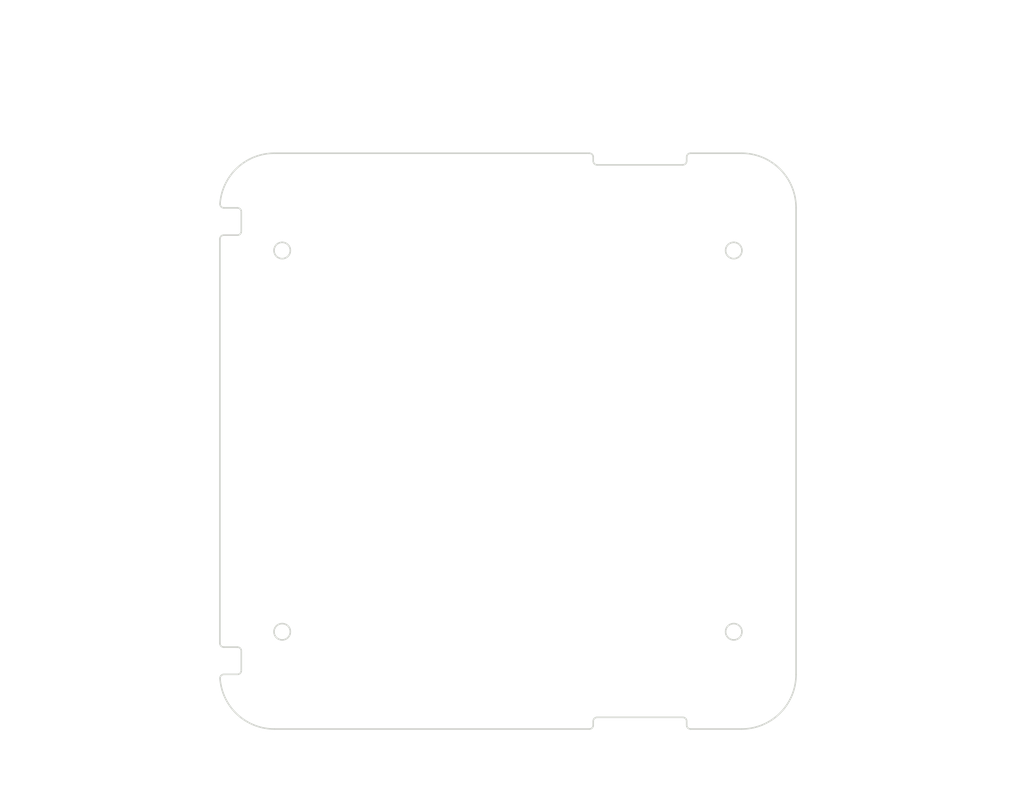
<source format=kicad_pcb>
(kicad_pcb (version 20171130) (host pcbnew "(5.1.0)-1")

  (general
    (thickness 1.6)
    (drawings 118)
    (tracks 0)
    (zones 0)
    (modules 0)
    (nets 1)
  )

  (page A4)
  (layers
    (0 F.Cu signal)
    (31 B.Cu signal)
    (32 B.Adhes user)
    (33 F.Adhes user)
    (34 B.Paste user)
    (35 F.Paste user)
    (36 B.SilkS user)
    (37 F.SilkS user)
    (38 B.Mask user)
    (39 F.Mask user)
    (40 Dwgs.User user)
    (41 Cmts.User user)
    (42 Eco1.User user)
    (43 Eco2.User user)
    (44 Edge.Cuts user)
    (45 Margin user)
    (46 B.CrtYd user)
    (47 F.CrtYd user)
    (48 B.Fab user)
    (49 F.Fab user)
  )

  (setup
    (last_trace_width 0.25)
    (trace_clearance 0.2)
    (zone_clearance 0.508)
    (zone_45_only no)
    (trace_min 0.2)
    (via_size 0.8)
    (via_drill 0.4)
    (via_min_size 0.4)
    (via_min_drill 0.3)
    (uvia_size 0.3)
    (uvia_drill 0.1)
    (uvias_allowed no)
    (uvia_min_size 0.2)
    (uvia_min_drill 0.1)
    (edge_width 0.05)
    (segment_width 0.2)
    (pcb_text_width 0.3)
    (pcb_text_size 1.5 1.5)
    (mod_edge_width 0.12)
    (mod_text_size 1 1)
    (mod_text_width 0.15)
    (pad_size 1.524 1.524)
    (pad_drill 0.762)
    (pad_to_mask_clearance 0.051)
    (solder_mask_min_width 0.25)
    (aux_axis_origin 0 0)
    (visible_elements FFFFFF7F)
    (pcbplotparams
      (layerselection 0x010fc_ffffffff)
      (usegerberextensions false)
      (usegerberattributes false)
      (usegerberadvancedattributes false)
      (creategerberjobfile false)
      (excludeedgelayer true)
      (linewidth 0.152400)
      (plotframeref false)
      (viasonmask false)
      (mode 1)
      (useauxorigin false)
      (hpglpennumber 1)
      (hpglpenspeed 20)
      (hpglpendiameter 15.000000)
      (psnegative false)
      (psa4output false)
      (plotreference true)
      (plotvalue true)
      (plotinvisibletext false)
      (padsonsilk false)
      (subtractmaskfromsilk false)
      (outputformat 1)
      (mirror false)
      (drillshape 1)
      (scaleselection 1)
      (outputdirectory ""))
  )

  (net 0 "")

  (net_class Default "This is the default net class."
    (clearance 0.2)
    (trace_width 0.25)
    (via_dia 0.8)
    (via_drill 0.4)
    (uvia_dia 0.3)
    (uvia_drill 0.1)
  )

  (gr_circle (center 120.458012 128.932606) (end 121.508012 128.932606) (layer Edge.Cuts) (width 0.2))
  (gr_circle (center 178.458012 79.932606) (end 179.508012 79.932606) (layer Edge.Cuts) (width 0.2))
  (gr_circle (center 178.458012 128.932606) (end 179.508012 128.932606) (layer Edge.Cuts) (width 0.2))
  (gr_circle (center 120.458012 79.932606) (end 121.508012 79.932606) (layer Edge.Cuts) (width 0.2))
  (gr_line (start 160.408012 68.432606) (end 160.408012 67.932606) (layer Edge.Cuts) (width 0.2))
  (gr_line (start 171.908012 68.932606) (end 160.908012 68.932606) (layer Edge.Cuts) (width 0.2))
  (gr_line (start 172.408012 67.932606) (end 172.408012 68.432606) (layer Edge.Cuts) (width 0.2))
  (gr_line (start 172.408012 140.432606) (end 172.408012 140.932606) (layer Edge.Cuts) (width 0.2))
  (gr_line (start 160.908012 139.932606) (end 171.908012 139.932606) (layer Edge.Cuts) (width 0.2))
  (gr_line (start 160.408012 140.932606) (end 160.408012 140.432606) (layer Edge.Cuts) (width 0.2))
  (gr_arc (start 159.908012 67.932606) (end 160.408012 67.932606) (angle -90) (layer Edge.Cuts) (width 0.2))
  (gr_arc (start 160.908012 68.432606) (end 160.408012 68.432606) (angle -90) (layer Edge.Cuts) (width 0.2))
  (gr_arc (start 171.908012 68.432606) (end 171.908012 68.932606) (angle -90) (layer Edge.Cuts) (width 0.2))
  (gr_arc (start 172.908012 67.932606) (end 172.908012 67.432606) (angle -90) (layer Edge.Cuts) (width 0.2))
  (gr_arc (start 172.908012 140.932606) (end 172.408012 140.932606) (angle -90) (layer Edge.Cuts) (width 0.2))
  (gr_arc (start 171.908012 140.432606) (end 172.408012 140.432606) (angle -90) (layer Edge.Cuts) (width 0.2))
  (gr_arc (start 160.908012 140.432606) (end 160.908012 139.932606) (angle -90) (layer Edge.Cuts) (width 0.2))
  (gr_arc (start 159.908012 140.932606) (end 159.908012 141.432606) (angle -90) (layer Edge.Cuts) (width 0.2))
  (gr_line (start 112.458012 78.457606) (end 112.458012 130.407606) (layer Edge.Cuts) (width 0.2))
  (gr_line (start 159.908012 67.432606) (end 119.458012 67.432606) (layer Edge.Cuts) (width 0.2))
  (gr_line (start 179.458012 67.432606) (end 172.908012 67.432606) (layer Edge.Cuts) (width 0.2))
  (gr_line (start 186.458012 134.432606) (end 186.458012 74.432606) (layer Edge.Cuts) (width 0.2))
  (gr_line (start 172.908012 141.432606) (end 179.458012 141.432606) (layer Edge.Cuts) (width 0.2))
  (gr_line (start 119.458012 141.432606) (end 159.908012 141.432606) (layer Edge.Cuts) (width 0.2))
  (gr_arc (start 119.458012 74.432606) (end 119.458012 67.432606) (angle -85.80926515) (layer Edge.Cuts) (width 0.2))
  (gr_arc (start 179.458012 74.432606) (end 186.458012 74.432606) (angle -90) (layer Edge.Cuts) (width 0.2))
  (gr_arc (start 179.458012 134.432606) (end 179.458012 141.432606) (angle -90) (layer Edge.Cuts) (width 0.2))
  (gr_arc (start 119.458012 134.432606) (end 112.476728 134.944145) (angle -85.80926515) (layer Edge.Cuts) (width 0.2))
  (gr_line (start 115.208012 131.407606) (end 115.208012 133.907606) (layer Edge.Cuts) (width 0.2))
  (gr_line (start 112.958012 130.907606) (end 114.708012 130.907606) (layer Edge.Cuts) (width 0.2))
  (gr_line (start 114.708012 77.957606) (end 112.958012 77.957606) (layer Edge.Cuts) (width 0.2))
  (gr_line (start 115.208012 74.957606) (end 115.208012 77.457606) (layer Edge.Cuts) (width 0.2))
  (gr_line (start 112.975391 74.457606) (end 114.708012 74.457606) (layer Edge.Cuts) (width 0.2))
  (gr_line (start 114.708012 134.407606) (end 112.975391 134.407606) (layer Edge.Cuts) (width 0.2))
  (gr_arc (start 114.708012 133.907606) (end 114.708012 134.407606) (angle -90) (layer Edge.Cuts) (width 0.2))
  (gr_arc (start 114.708012 131.407606) (end 115.208012 131.407606) (angle -90) (layer Edge.Cuts) (width 0.2))
  (gr_arc (start 112.958012 130.407606) (end 112.458012 130.407606) (angle -90) (layer Edge.Cuts) (width 0.2))
  (gr_arc (start 112.958012 78.457606) (end 112.958012 77.957606) (angle -90) (layer Edge.Cuts) (width 0.2))
  (gr_arc (start 114.708012 77.457606) (end 114.708012 77.957606) (angle -90) (layer Edge.Cuts) (width 0.2))
  (gr_arc (start 114.708012 74.957606) (end 115.208012 74.957606) (angle -90) (layer Edge.Cuts) (width 0.2))
  (gr_arc (start 112.975391 73.957606) (end 112.476728 73.921068) (angle -94.19073485) (layer Edge.Cuts) (width 0.2))
  (gr_arc (start 112.975391 134.907606) (end 112.975391 134.407606) (angle -94.19073485) (layer Edge.Cuts) (width 0.2))
  (gr_text [2.50] (at 88.241085 112.347067) (layer Dwgs.User)
    (effects (font (size 1.7 1.53) (thickness 0.2125)))
  )
  (gr_text " 63.48" (at 88.241085 108.789052) (layer Dwgs.User)
    (effects (font (size 1.7 1.53) (thickness 0.2125)))
  )
  (gr_line (start 88.241085 69.432606) (end 88.241085 106.899591) (layer Dwgs.User) (width 0.2))
  (gr_line (start 88.241085 128.907606) (end 88.241085 114.015621) (layer Dwgs.User) (width 0.2))
  (gr_line (start 118.458012 67.432606) (end 85.066085 67.432606) (layer Dwgs.User) (width 0.2))
  (gr_line (start 111.958012 130.907606) (end 85.066085 130.907606) (layer Dwgs.User) (width 0.2))
  (gr_text [.28] (at 108.477636 63.556074) (layer Dwgs.User)
    (effects (font (size 1.7 1.53) (thickness 0.2125)))
  )
  (gr_text " 7.03" (at 108.477636 59.998059) (layer Dwgs.User)
    (effects (font (size 1.7 1.53) (thickness 0.2125)))
  )
  (gr_line (start 103.090529 61.666613) (end 105.090529 61.666613) (layer Dwgs.User) (width 0.2))
  (gr_line (start 103.090529 67.432606) (end 103.090529 61.666613) (layer Dwgs.User) (width 0.2))
  (gr_line (start 103.090529 72.457606) (end 103.090529 69.432606) (layer Dwgs.User) (width 0.2))
  (gr_line (start 111.975391 74.457606) (end 99.915529 74.457606) (layer Dwgs.User) (width 0.2))
  (gr_line (start 118.458012 67.432606) (end 99.915529 67.432606) (layer Dwgs.User) (width 0.2))
  (gr_text [.11] (at 105.064526 85.949157) (layer Dwgs.User)
    (effects (font (size 1.7 1.53) (thickness 0.2125)))
  )
  (gr_text " 2.75" (at 105.064526 82.391721) (layer Dwgs.User)
    (effects (font (size 1.7 1.53) (thickness 0.2125)))
  )
  (gr_line (start 110.458012 84.059696) (end 108.458012 84.059696) (layer Dwgs.User) (width 0.2))
  (gr_line (start 117.208012 84.059696) (end 119.208012 84.059696) (layer Dwgs.User) (width 0.2))
  (gr_line (start 115.208012 78.457606) (end 115.208012 87.234696) (layer Dwgs.User) (width 0.2))
  (gr_text [.14] (at 97.52935 87.616558) (layer Dwgs.User)
    (effects (font (size 1.7 1.53) (thickness 0.2125)))
  )
  (gr_text " 3.50" (at 97.52935 84.058543) (layer Dwgs.User)
    (effects (font (size 1.7 1.53) (thickness 0.2125)))
  )
  (gr_line (start 102.913559 85.727097) (end 100.913559 85.727097) (layer Dwgs.User) (width 0.2))
  (gr_line (start 102.913559 79.957606) (end 102.913559 85.727097) (layer Dwgs.User) (width 0.2))
  (gr_line (start 102.913559 72.457606) (end 102.913559 70.457606) (layer Dwgs.User) (width 0.2))
  (gr_line (start 111.958012 77.957606) (end 99.738559 77.957606) (layer Dwgs.User) (width 0.2))
  (gr_line (start 111.975391 74.457606) (end 99.738559 74.457606) (layer Dwgs.User) (width 0.2))
  (gr_text [.55] (at 179.887547 149.05372) (layer Dwgs.User)
    (effects (font (size 1.7 1.53) (thickness 0.2125)))
  )
  (gr_text " 14.05" (at 179.887547 145.499764) (layer Dwgs.User)
    (effects (font (size 1.7 1.53) (thickness 0.2125)))
  )
  (gr_line (start 174.408012 147.167738) (end 175.833659 147.167738) (layer Dwgs.User) (width 0.2))
  (gr_line (start 184.458012 147.167738) (end 183.941435 147.167738) (layer Dwgs.User) (width 0.2))
  (gr_line (start 172.408012 141.932606) (end 172.408012 150.342738) (layer Dwgs.User) (width 0.2))
  (gr_line (start 186.458012 135.432606) (end 186.458012 150.342738) (layer Dwgs.User) (width 0.2))
  (gr_line (start 120.458012 129.022606) (end 120.458012 128.842606) (layer Dwgs.User) (width 0.2))
  (gr_line (start 120.368012 128.932606) (end 120.548012 128.932606) (layer Dwgs.User) (width 0.2))
  (gr_text " ∅2.10\n[∅0.08]" (at 104.135755 122.56721) (layer Dwgs.User)
    (effects (font (size 1.7 1.53) (thickness 0.2125)))
  )
  (gr_line (start 110.672624 122.56721) (end 117.901343 127.269493) (layer Dwgs.User) (width 0.2))
  (gr_line (start 108.672624 122.56721) (end 110.672624 122.56721) (layer Dwgs.User) (width 0.2))
  (gr_text [R0.28] (at 102.769041 140.394951) (layer Dwgs.User)
    (effects (font (size 1.7 1.53) (thickness 0.2125)))
  )
  (gr_text " R7.00" (at 102.769041 136.837516) (layer Dwgs.User)
    (effects (font (size 1.7 1.53) (thickness 0.2125)))
  )
  (gr_line (start 109.239812 138.50549) (end 111.097666 137.764966) (layer Dwgs.User) (width 0.2))
  (gr_line (start 107.239812 138.50549) (end 109.239812 138.50549) (layer Dwgs.User) (width 0.2))
  (gr_text [.47] (at 153.552314 149.183187) (layer Dwgs.User)
    (effects (font (size 1.7 1.53) (thickness 0.2125)))
  )
  (gr_text " 12.00" (at 153.552314 145.629231) (layer Dwgs.User)
    (effects (font (size 1.7 1.53) (thickness 0.2125)))
  )
  (gr_line (start 160.408012 147.297205) (end 157.596926 147.297205) (layer Dwgs.User) (width 0.2))
  (gr_line (start 170.408012 147.297205) (end 162.408012 147.297205) (layer Dwgs.User) (width 0.2))
  (gr_line (start 172.408012 141.932606) (end 172.408012 150.472205) (layer Dwgs.User) (width 0.2))
  (gr_line (start 160.408012 141.932606) (end 160.408012 150.472205) (layer Dwgs.User) (width 0.2))
  (gr_text [2.80] (at 201.392162 104.629244) (layer Dwgs.User)
    (effects (font (size 1.7 1.53) (thickness 0.2125)))
  )
  (gr_text " 71.00" (at 201.392162 101.071808) (layer Dwgs.User)
    (effects (font (size 1.7 1.53) (thickness 0.2125)))
  )
  (gr_line (start 201.392162 137.932606) (end 201.392162 106.297218) (layer Dwgs.User) (width 0.2))
  (gr_line (start 201.392162 70.932606) (end 201.392162 99.182347) (layer Dwgs.User) (width 0.2))
  (gr_line (start 172.908012 139.932606) (end 204.567162 139.932606) (layer Dwgs.User) (width 0.2))
  (gr_line (start 172.908012 68.932606) (end 204.567162 68.932606) (layer Dwgs.User) (width 0.2))
  (gr_text [2.28] (at 166.958012 63.482898) (layer Dwgs.User)
    (effects (font (size 1.7 1.53) (thickness 0.2125)))
  )
  (gr_text " 58.00" (at 166.958012 59.925463) (layer Dwgs.User)
    (effects (font (size 1.7 1.53) (thickness 0.2125)))
  )
  (gr_line (start 122.458012 61.593437) (end 162.913401 61.593437) (layer Dwgs.User) (width 0.2))
  (gr_line (start 176.458012 61.593437) (end 171.002623 61.593437) (layer Dwgs.User) (width 0.2))
  (gr_line (start 120.458012 78.932606) (end 120.458012 58.418437) (layer Dwgs.User) (width 0.2))
  (gr_line (start 178.458012 78.932606) (end 178.458012 58.418437) (layer Dwgs.User) (width 0.2))
  (gr_text [1.93] (at 194.458012 93.322067) (layer Dwgs.User)
    (effects (font (size 1.7 1.53) (thickness 0.2125)))
  )
  (gr_text " 49.00" (at 194.458012 89.764632) (layer Dwgs.User)
    (effects (font (size 1.7 1.53) (thickness 0.2125)))
  )
  (gr_line (start 194.458012 126.932606) (end 194.458012 94.990041) (layer Dwgs.User) (width 0.2))
  (gr_line (start 194.458012 81.932606) (end 194.458012 87.875171) (layer Dwgs.User) (width 0.2))
  (gr_line (start 179.458012 128.932606) (end 197.633012 128.932606) (layer Dwgs.User) (width 0.2))
  (gr_line (start 179.458012 79.932606) (end 197.633012 79.932606) (layer Dwgs.User) (width 0.2))
  (gr_text [2.91] (at 211.709423 93.170136) (layer Dwgs.User)
    (effects (font (size 1.7 1.53) (thickness 0.2125)))
  )
  (gr_text " 74.00" (at 211.709423 89.612701) (layer Dwgs.User)
    (effects (font (size 1.7 1.53) (thickness 0.2125)))
  )
  (gr_line (start 211.709423 139.432606) (end 211.709423 94.83811) (layer Dwgs.User) (width 0.2))
  (gr_line (start 211.709423 69.432606) (end 211.709423 87.723239) (layer Dwgs.User) (width 0.2))
  (gr_line (start 180.458012 141.432606) (end 214.884423 141.432606) (layer Dwgs.User) (width 0.2))
  (gr_line (start 180.458012 67.432606) (end 214.884423 67.432606) (layer Dwgs.User) (width 0.2))
  (gr_text [2.91] (at 159.916128 52.904427) (layer Dwgs.User)
    (effects (font (size 1.7 1.53) (thickness 0.2125)))
  )
  (gr_text " 74.00" (at 159.916128 49.346992) (layer Dwgs.User)
    (effects (font (size 1.7 1.53) (thickness 0.2125)))
  )
  (gr_line (start 114.458012 51.014966) (end 155.871517 51.014966) (layer Dwgs.User) (width 0.2))
  (gr_line (start 184.458012 51.014966) (end 163.960739 51.014966) (layer Dwgs.User) (width 0.2))
  (gr_line (start 112.458012 77.457606) (end 112.458012 47.839966) (layer Dwgs.User) (width 0.2))
  (gr_line (start 186.458012 73.432606) (end 186.458012 47.839966) (layer Dwgs.User) (width 0.2))

)

</source>
